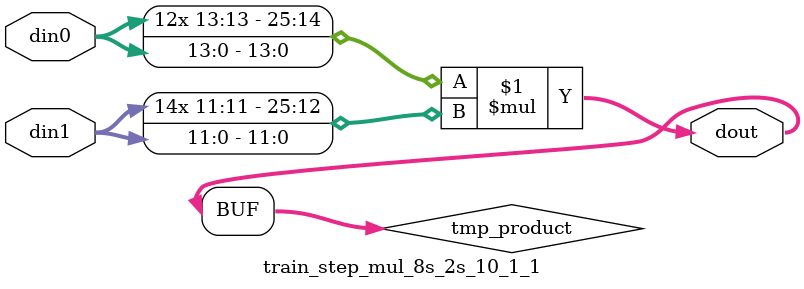
<source format=v>

`timescale 1 ns / 1 ps

 module train_step_mul_8s_2s_10_1_1(din0, din1, dout);
parameter ID = 1;
parameter NUM_STAGE = 0;
parameter din0_WIDTH = 14;
parameter din1_WIDTH = 12;
parameter dout_WIDTH = 26;

input [din0_WIDTH - 1 : 0] din0; 
input [din1_WIDTH - 1 : 0] din1; 
output [dout_WIDTH - 1 : 0] dout;

wire signed [dout_WIDTH - 1 : 0] tmp_product;



























assign tmp_product = $signed(din0) * $signed(din1);








assign dout = tmp_product;





















endmodule

</source>
